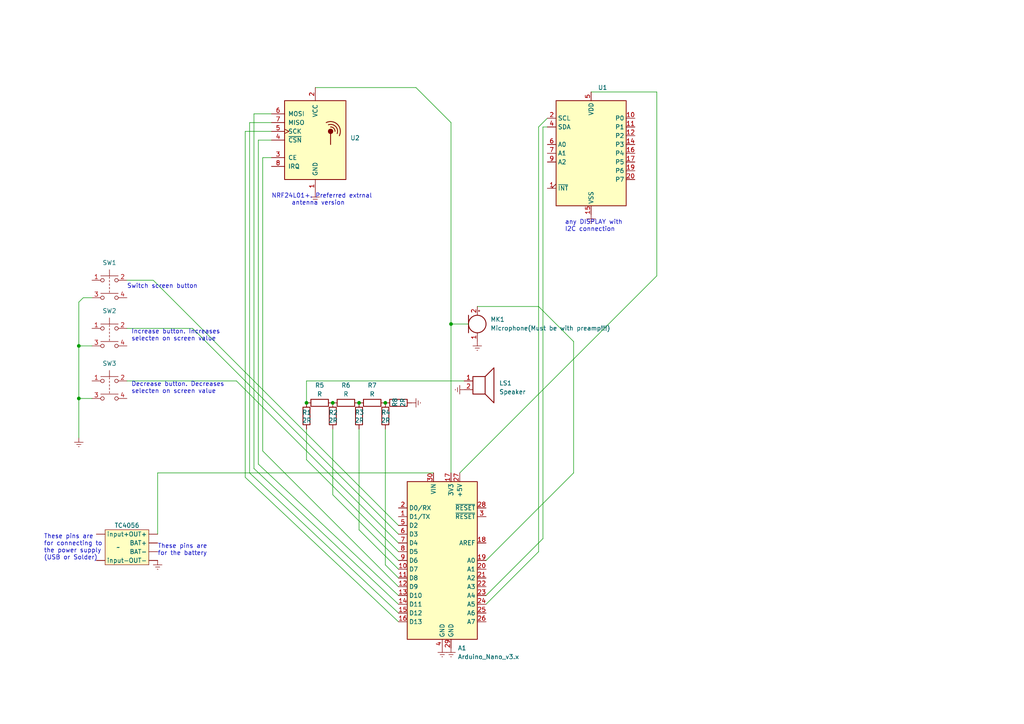
<source format=kicad_sch>
(kicad_sch (version 20230121) (generator eeschema)
  (paper "A4")
  (lib_symbols
    (symbol "Device:Microphone" (pin_names (offset 0.0254) hide)
      (property "Reference" "MK" (at -3.81 1.27 0))
      (property "Value" "Microphone" (at -3.81 -0.635 0))
      (symbol "Microphone_0_1"
        (polyline (pts (xy -2.54 2.54) (xy -2.54 -2.54)) (stroke (width 0.254)))
        (polyline (pts (xy 0.254 3.81) (xy 0.762 3.81)))
        (polyline (pts (xy 0.508 4.064) (xy 0.508 3.556)))
        (circle (center 0 0) (radius 2.54) (stroke (width 0.254)))
      )
      (symbol "Microphone_1_1"
        (pin passive line (at 0 -5.08 90) (length 2.54) (name "-") (number "1"))
        (pin passive line (at 0 5.08 270) (length 2.54) (name "+") (number "2"))
      )
    )
    (symbol "Device:R" (pin_numbers hide) (pin_names (offset 0))
      (property "Reference" "R" (at 2.032 0 90))
      (property "Value" "R" (at 0 0 90))
      (symbol "R_0_1"
        (rectangle (start -1.016 -2.54) (end 1.016 2.54) (stroke (width 0.254)))
      )
      (symbol "R_1_1"
        (pin passive line (at 0 3.81 270) (length 1.27) (name "~") (number "1"))
        (pin passive line (at 0 -3.81 90) (length 1.27) (name "~") (number "2"))
      )
    )
    (symbol "Device:Speaker" (pin_names (offset 0) hide)
      (property "Reference" "LS" (at 1.27 5.715 0))
      (property "Value" "Speaker" (at 1.27 3.81 0))
      (symbol "Speaker_0_0"
        (rectangle (start -2.54 1.27) (end 1.016 -3.81) (stroke (width 0.254)))
        (polyline (pts (xy 1.016 1.27) (xy 3.556 3.81) (xy 3.556 -6.35) (xy 1.016 -3.81)) (stroke (width 0.254)))
      )
      (symbol "Speaker_1_1"
        (pin input line (at -5.08 0 0) (length 2.54) (name "1") (number "1"))
        (pin input line (at -5.08 -2.54 0) (length 2.54) (name "2") (number "2"))
      )
    )
    (symbol "Interface_Expansion:PCF8574TS"
      (property "Reference" "U" (at -8.89 16.51 0))
      (property "Value" "PCF8574TS" (at 3.81 16.51 0))
      (symbol "PCF8574TS_0_1"
        (rectangle (start -10.16 15.24) (end 10.16 -15.24) (stroke (width 0.254)) (fill (type background)))
      )
      (symbol "PCF8574TS_1_1"
        (pin open_collector output_low (at -12.7 -10.16 0) (length 2.54) (name "~{INT}") (number "1"))
        (pin bidirectional line (at 12.7 10.16 180) (length 2.54) (name "P0") (number "10"))
        (pin bidirectional line (at 12.7 7.62 180) (length 2.54) (name "P1") (number "11"))
        (pin bidirectional line (at 12.7 5.08 180) (length 2.54) (name "P2") (number "12"))
        (pin no_connect line (at -10.16 -5.08 0) (length 2.54) hide (name "NC") (number "13"))
        (pin bidirectional line (at 12.7 2.54 180) (length 2.54) (name "P3") (number "14"))
        (pin power_in line (at 0 -17.78 90) (length 2.54) (name "VSS") (number "15"))
        (pin bidirectional line (at 12.7 0 180) (length 2.54) (name "P4") (number "16"))
        (pin bidirectional line (at 12.7 -2.54 180) (length 2.54) (name "P5") (number "17"))
        (pin no_connect line (at -10.16 -7.62 0) (length 2.54) hide (name "NC") (number "18"))
        (pin bidirectional line (at 12.7 -5.08 180) (length 2.54) (name "P6") (number "19"))
        (pin input line (at -12.7 10.16 0) (length 2.54) (name "SCL") (number "2"))
        (pin bidirectional line (at 12.7 -7.62 180) (length 2.54) (name "P7") (number "20"))
        (pin no_connect line (at 10.16 -10.16 180) (length 2.54) hide (name "NC") (number "3"))
        (pin bidirectional line (at -12.7 7.62 0) (length 2.54) (name "SDA") (number "4"))
        (pin power_in line (at 0 17.78 270) (length 2.54) (name "VDD") (number "5"))
        (pin input line (at -12.7 2.54 0) (length 2.54) (name "A0") (number "6"))
        (pin input line (at -12.7 0 0) (length 2.54) (name "A1") (number "7"))
        (pin no_connect line (at 10.16 -12.7 180) (length 2.54) hide (name "NC") (number "8"))
        (pin input line (at -12.7 -2.54 0) (length 2.54) (name "A2") (number "9"))
      )
    )
    (symbol "MCU_Module:Arduino_Nano_v3.x"
      (property "Reference" "A" (at -10.16 23.495 0))
      (property "Value" "Arduino_Nano_v3.x" (at 5.08 -24.13 0))
      (symbol "Arduino_Nano_v3.x_0_1"
        (rectangle (start -10.16 22.86) (end 10.16 -22.86) (stroke (width 0.254)) (fill (type background)))
      )
      (symbol "Arduino_Nano_v3.x_1_1"
        (pin bidirectional line (at -12.7 12.7 0) (length 2.54) (name "D1/TX") (number "1"))
        (pin bidirectional line (at -12.7 -2.54 0) (length 2.54) (name "D7") (number "10"))
        (pin bidirectional line (at -12.7 -5.08 0) (length 2.54) (name "D8") (number "11"))
        (pin bidirectional line (at -12.7 -7.62 0) (length 2.54) (name "D9") (number "12"))
        (pin bidirectional line (at -12.7 -10.16 0) (length 2.54) (name "D10") (number "13"))
        (pin bidirectional line (at -12.7 -12.7 0) (length 2.54) (name "D11") (number "14"))
        (pin bidirectional line (at -12.7 -15.24 0) (length 2.54) (name "D12") (number "15"))
        (pin bidirectional line (at -12.7 -17.78 0) (length 2.54) (name "D13") (number "16"))
        (pin power_out line (at 2.54 25.4 270) (length 2.54) (name "3V3") (number "17"))
        (pin input line (at 12.7 5.08 180) (length 2.54) (name "AREF") (number "18"))
        (pin bidirectional line (at 12.7 0 180) (length 2.54) (name "A0") (number "19"))
        (pin bidirectional line (at -12.7 15.24 0) (length 2.54) (name "D0/RX") (number "2"))
        (pin bidirectional line (at 12.7 -2.54 180) (length 2.54) (name "A1") (number "20"))
        (pin bidirectional line (at 12.7 -5.08 180) (length 2.54) (name "A2") (number "21"))
        (pin bidirectional line (at 12.7 -7.62 180) (length 2.54) (name "A3") (number "22"))
        (pin bidirectional line (at 12.7 -10.16 180) (length 2.54) (name "A4") (number "23"))
        (pin bidirectional line (at 12.7 -12.7 180) (length 2.54) (name "A5") (number "24"))
        (pin bidirectional line (at 12.7 -15.24 180) (length 2.54) (name "A6") (number "25"))
        (pin bidirectional line (at 12.7 -17.78 180) (length 2.54) (name "A7") (number "26"))
        (pin power_out line (at 5.08 25.4 270) (length 2.54) (name "+5V") (number "27"))
        (pin input line (at 12.7 15.24 180) (length 2.54) (name "~{RESET}") (number "28"))
        (pin power_in line (at 2.54 -25.4 90) (length 2.54) (name "GND") (number "29"))
        (pin input line (at 12.7 12.7 180) (length 2.54) (name "~{RESET}") (number "3"))
        (pin power_in line (at -2.54 25.4 270) (length 2.54) (name "VIN") (number "30"))
        (pin power_in line (at 0 -25.4 90) (length 2.54) (name "GND") (number "4"))
        (pin bidirectional line (at -12.7 10.16 0) (length 2.54) (name "D2") (number "5"))
        (pin bidirectional line (at -12.7 7.62 0) (length 2.54) (name "D3") (number "6"))
        (pin bidirectional line (at -12.7 5.08 0) (length 2.54) (name "D4") (number "7"))
        (pin bidirectional line (at -12.7 2.54 0) (length 2.54) (name "D5") (number "8"))
        (pin bidirectional line (at -12.7 0 0) (length 2.54) (name "D6") (number "9"))
      )
    )
    (symbol "RF:NRF24L01_Breakout" (pin_names (offset 1.016))
      (property "Reference" "U" (at -8.89 12.7 0))
      (property "Value" "NRF24L01_Breakout" (at 3.81 12.7 0))
      (symbol "NRF24L01_Breakout_0_1"
        (rectangle (start -8.89 11.43) (end 8.89 -11.43) (stroke (width 0.254)) (fill (type background)))
        (polyline (pts (xy 4.445 1.905) (xy 4.445 -1.27)) (stroke (width 0.254)))
        (circle (center 4.445 2.54) (radius 0.635) (stroke (width 0.254)) (fill (type outline)))
        (arc (start 5.715 2.54) (mid 5.3521 3.4546) (end 4.445 3.81) (stroke (width 0.254)))
        (arc (start 6.35 1.905) (mid 5.8763 3.9854) (end 3.81 4.445) (stroke (width 0.254)))
        (arc (start 6.985 1.27) (mid 6.453 4.548) (end 3.175 5.08) (stroke (width 0.254)))
      )
      (symbol "NRF24L01_Breakout_1_1"
        (pin power_in line (at 0 -15.24 90) (length 3.81) (name "GND") (number "1"))
        (pin power_in line (at 0 15.24 270) (length 3.81) (name "VCC") (number "2"))
        (pin input line (at -12.7 -5.08 0) (length 3.81) (name "CE") (number "3"))
        (pin input line (at -12.7 0 0) (length 3.81) (name "~{CSN}") (number "4"))
        (pin input clock (at -12.7 2.54 0) (length 3.81) (name "SCK") (number "5"))
        (pin input line (at -12.7 7.62 0) (length 3.81) (name "MOSI") (number "6"))
        (pin output line (at -12.7 5.08 0) (length 3.81) (name "MISO") (number "7"))
        (pin output line (at -12.7 -7.62 0) (length 3.81) (name "IRQ") (number "8"))
      )
    )
    (symbol "Switch:SW_Push_Dual" (pin_names (offset 1.016) hide)
      (property "Reference" "SW" (at 1.27 2.54 0))
      (property "Value" "SW_Push_Dual" (at 0 -6.858 0))
      (symbol "SW_Push_Dual_0_1"
        (circle (center -2.032 -5.08) (radius 0.508))
        (circle (center -2.032 0) (radius 0.508))
        (polyline (pts (xy 0 -3.048) (xy 0 -3.556)))
        (polyline (pts (xy 0 -2.032) (xy 0 -2.54)))
        (polyline (pts (xy 0 -1.524) (xy 0 -1.016)))
        (polyline (pts (xy 0 -0.508) (xy 0 0)))
        (polyline (pts (xy 0 0.508) (xy 0 1.016)))
        (polyline (pts (xy 0 1.27) (xy 0 3.048)))
        (polyline (pts (xy 2.54 -3.81) (xy -2.54 -3.81)))
        (polyline (pts (xy 2.54 1.27) (xy -2.54 1.27)))
        (circle (center 2.032 -5.08) (radius 0.508))
        (circle (center 2.032 0) (radius 0.508))
        (pin passive line (at -5.08 0 0) (length 2.54) (name "1") (number "1"))
        (pin passive line (at 5.08 0 180) (length 2.54) (name "2") (number "2"))
        (pin passive line (at -5.08 -5.08 0) (length 2.54) (name "3") (number "3"))
        (pin passive line (at 5.08 -5.08 180) (length 2.54) (name "4") (number "4"))
      )
    )
    (symbol "from_internet:tc4056"
      (property "Reference" "TC4056" (at -1.27 0 0))
      (symbol "tc4056_1_1"
        (rectangle (start -5.08 5.08) (end 7.62 -5.08) (fill (type background)))
        (pin bidirectional line (at 10.16 1.27 180) (length 2.54) (name "BAT+") (number ""))
        (pin bidirectional line (at 10.16 -1.27 180) (length 2.54) (name "BAT-") (number ""))
        (pin output line (at 10.16 3.81 180) (length 2.54) (name "OUT+") (number ""))
        (pin output line (at 10.16 -3.81 180) (length 2.54) (name "OUT-") (number ""))
        (pin input line (at -7.62 3.81 0) (length 2.54) (name "input+") (number ""))
        (pin input line (at -7.62 -3.81 0) (length 2.54) (name "input-") (number ""))
      )
    )
    (symbol "power:Earth" (power) (pin_names (offset 0))
      (symbol "Earth_0_1"
        (polyline (pts (xy -0.635 -1.905) (xy 0.635 -1.905)))
        (polyline (pts (xy -0.127 -2.54) (xy 0.127 -2.54)))
        (polyline (pts (xy 0 -1.27) (xy 0 0)))
        (polyline (pts (xy 1.27 -1.27) (xy -1.27 -1.27)))
      )
      (symbol "Earth_1_1"
        (pin power_in line (at 0 0 270) (length 0) hide (name "Earth") (number "1"))
      )
    )
  )
  (junction (at 96.52 116.84))
  (junction (at 88.9 116.84))
  (junction (at 22.86 115.57))
  (junction (at 104.14 116.84))
  (junction (at 130.81 93.98))
  (junction (at 22.86 100.33))
  (junction (at 111.76 116.84))
  (wire (pts (xy 72.39 35.56) (xy 72.39 137.16)))
  (wire (pts (xy 157.48 36.83) (xy 158.75 36.83)))
  (wire (pts (xy 156.21 36.83) (xy 158.75 34.29)))
  (wire (pts (xy 166.37 99.06) (xy 166.37 137.16)))
  (wire (pts (xy 45.72 137.16) (xy 125.73 137.16)))
  (wire (pts (xy 73.66 33.02) (xy 73.66 135.89)))
  (wire (pts (xy 171.45 26.67) (xy 190.5 26.67)))
  (wire (pts (xy 88.9 110.49) (xy 134.62 110.49)))
  (wire (pts (xy 76.2 45.72) (xy 76.2 130.81)))
  (wire (pts (xy 166.37 137.16) (xy 140.97 162.56)))
  (wire (pts (xy 36.83 110.49) (xy 68.58 110.49)))
  (wire (pts (xy 22.86 115.57) (xy 26.67 115.57)))
  (wire (pts (xy 74.93 134.62) (xy 115.57 172.72)))
  (wire (pts (xy 140.97 175.26) (xy 156.21 160.02)))
  (wire (pts (xy 22.86 87.63) (xy 22.86 100.33)))
  (wire (pts (xy 138.43 88.9) (xy 156.21 88.9)))
  (wire (pts (xy 111.76 124.46) (xy 111.76 163.83)))
  (wire (pts (xy 55.88 95.25) (xy 115.57 154.94)))
  (wire (pts (xy 44.45 81.28) (xy 115.57 152.4)))
  (wire (pts (xy 72.39 35.56) (xy 78.74 35.56)))
  (wire (pts (xy 96.52 124.46) (xy 96.52 143.51)))
  (wire (pts (xy 104.14 124.46) (xy 104.14 153.67)))
  (wire (pts (xy 22.86 115.57) (xy 22.86 127)))
  (wire (pts (xy 115.57 160.02) (xy 88.9 133.35)))
  (wire (pts (xy 76.2 45.72) (xy 78.74 45.72)))
  (wire (pts (xy 91.44 25.4) (xy 120.65 25.4)))
  (wire (pts (xy 88.9 110.49) (xy 88.9 116.84)))
  (wire (pts (xy 36.83 81.28) (xy 44.45 81.28)))
  (wire (pts (xy 73.66 33.02) (xy 78.74 33.02)))
  (wire (pts (xy 111.76 163.83) (xy 115.57 167.64)))
  (wire (pts (xy 76.2 130.81) (xy 115.57 170.18)))
  (wire (pts (xy 130.81 93.98) (xy 135.89 93.98)))
  (wire (pts (xy 115.57 165.1) (xy 104.14 153.67)))
  (wire (pts (xy 45.72 137.16) (xy 45.72 154.94)))
  (wire (pts (xy 130.81 93.98) (xy 130.81 35.56)))
  (wire (pts (xy 157.48 36.83) (xy 157.48 156.21)))
  (wire (pts (xy 22.86 100.33) (xy 22.86 115.57)))
  (wire (pts (xy 130.81 35.56) (xy 120.65 25.4)))
  (wire (pts (xy 71.12 38.1) (xy 78.74 38.1)))
  (wire (pts (xy 130.81 137.16) (xy 130.81 93.98)))
  (wire (pts (xy 72.39 137.16) (xy 115.57 177.8)))
  (wire (pts (xy 22.86 100.33) (xy 26.67 100.33)))
  (wire (pts (xy 36.83 95.25) (xy 55.88 95.25)))
  (wire (pts (xy 71.12 38.1) (xy 71.12 138.43)))
  (wire (pts (xy 73.66 135.89) (xy 115.57 175.26)))
  (wire (pts (xy 71.12 138.43) (xy 115.57 180.34)))
  (wire (pts (xy 156.21 88.9) (xy 166.37 99.06)))
  (wire (pts (xy 68.58 110.49) (xy 115.57 157.48)))
  (wire (pts (xy 26.67 86.36) (xy 24.13 86.36)))
  (wire (pts (xy 74.93 40.64) (xy 74.93 134.62)))
  (wire (pts (xy 115.57 162.56) (xy 96.52 143.51)))
  (wire (pts (xy 157.48 156.21) (xy 140.97 172.72)))
  (wire (pts (xy 190.5 80.01) (xy 133.35 137.16)))
  (wire (pts (xy 88.9 124.46) (xy 88.9 133.35)))
  (wire (pts (xy 190.5 26.67) (xy 190.5 80.01)))
  (wire (pts (xy 74.93 40.64) (xy 78.74 40.64)))
  (wire (pts (xy 156.21 36.83) (xy 156.21 160.02)))
  (wire (pts (xy 24.13 86.36) (xy 22.86 87.63)))
  (text "These pins are\nfor connecting to\nthe power supply\n(USB or Solder)" (at 12.7 162.56 0) (effects (font (size 1.27 1.27)) (justify left bottom)))
  (text "NRF24L01+. Preferred extrnal\n      antenna version" (at 78.74 59.69 0) (effects (font (size 1.27 1.27)) (justify left bottom)))
  (text "Switch screen button" (at 36.83 83.82 0) (effects (font (size 1.27 1.27)) (justify left bottom)))
  (text "Decrease button. Decreases\nselecten on screen value" (at 38.1 114.3 0) (effects (font (size 1.27 1.27)) (justify left bottom)))
  (text "Increase button. Increases\nselecten on screen value" (at 38.1 99.06 0) (effects (font (size 1.27 1.27)) (justify left bottom)))
  (text "These pins are\nfor the battery" (at 45.72 161.29 0) (effects (font (size 1.27 1.27)) (justify left bottom)))
  (text "any DISPLAY with\nI2C connection" (at 163.83 67.31 0) (effects (font (size 1.27 1.27)) (justify left bottom)))
  (symbol (lib_id "Device:R") (at 104.14 120.65 0) (unit 1)
    (property "Reference" "R3" (at 102.916 119.616 0) (effects (justify left)))
    (property "Value" "2R" (at 102.87 121.92 0) (effects (justify left)))
  )
  (symbol (lib_id "Interface_Expansion:PCF8574TS") (at 171.45 44.45 0) (unit 1)
    (property "Reference" "U1" (at 173.4059 25.4 0) (effects (justify left)))
    (property "Value" "PCF8574TS" (effects hide))
    (property "Footprint" "Package_SO:SSOP-20_4.4x6.5mm_P0.65mm" (effects hide))
    (property "Datasheet" "http://www.nxp.com/documents/data_sheet/PCF8574_PCF8574A.pdf" (effects hide))
  )
  (symbol (lib_id "RF:NRF24L01_Breakout") (at 91.44 40.64 0) (unit 1)
    (property "Reference" "U2" (at 101.6 40.005 0) (effects (justify left)))
    (property "Value" "NRF24L01_Breakout" (effects hide))
    (property "Footprint" "RF_Module:nRF24L01_Breakout" (effects hide))
    (property "Datasheet" "http://www.nordicsemi.com/eng/content/download/2730/34105/file/nRF24L01_Product_Specification_v2_0.pdf" (effects hide))
  )
  (symbol (lib_id "Switch:SW_Push_Dual") (at 31.75 110.49 0) (unit 1)
    (property "Reference" "SW3" (at 31.75 105.41 0))
    (property "Value" "SW_Push_Dual" (effects hide))
  )
  (symbol (lib_id "Device:R") (at 100.33 116.84 90) (unit 1)
    (property "Reference" "R6" (at 100.33 111.76 90))
    (property "Value" "R" (at 100.33 114.3 90))
  )
  (symbol (lib_id "power:Earth") (at 171.45 62.23 0) (unit 1)
    (property "Reference" "#PWR03" (effects hide))
    (property "Value" "Earth" (effects hide))
  )
  (symbol (lib_id "Device:Microphone") (at 138.43 93.98 0) (unit 1)
    (property "Reference" "MK1" (at 142.24 92.6465 0) (effects (justify left)))
    (property "Value" "Microphone(Must be with preamp!!!)" (at 142.24 95.1865 0) (effects (justify left)))
  )
  (symbol (lib_id "Device:R") (at 92.71 116.84 90) (unit 1)
    (property "Reference" "R5" (at 92.71 111.76 90))
    (property "Value" "R" (at 92.71 114.3 90))
  )
  (symbol (lib_id "Switch:SW_Push_Dual") (at 31.75 81.28 0) (unit 1)
    (property "Reference" "SW1" (at 31.75 76.2 0))
    (property "Value" "SW_Push_Dual" (effects hide))
  )
  (symbol (lib_id "Device:Speaker") (at 139.7 110.49 0) (unit 1)
    (property "Reference" "LS1" (at 144.78 111.125 0) (effects (justify left)))
    (property "Value" "Speaker" (at 144.78 113.665 0) (effects (justify left)))
  )
  (symbol (lib_id "Device:R") (at 88.9 120.65 0) (unit 1)
    (property "Reference" "R1" (at 87.6182 119.639 0) (effects (justify left)))
    (property "Value" "2R" (at 87.63 121.92 0) (effects (justify left)))
  )
  (symbol (lib_id "power:Earth") (at 128.27 187.96 0) (unit 1)
    (property "Reference" "#PWR05" (effects hide))
    (property "Value" "Earth" (effects hide))
  )
  (symbol (lib_id "power:Earth") (at 130.81 187.96 0) (unit 1)
    (property "Reference" "#PWR06" (effects hide))
    (property "Value" "Earth" (effects hide))
  )
  (symbol (lib_id "power:Earth") (at 45.72 162.56 0) (unit 1)
    (property "Reference" "#PWR02" (effects hide))
    (property "Value" "Earth" (effects hide))
  )
  (symbol (lib_id "Device:R") (at 115.57 116.84 90) (unit 1)
    (property "Reference" "R8" (at 114.559 118.0466 0) (effects (justify left)))
    (property "Value" "2R" (at 116.84 118.11 0) (effects (justify left)))
  )
  (symbol (lib_id "MCU_Module:Arduino_Nano_v3.x") (at 128.27 162.56 0) (unit 1)
    (property "Reference" "A1" (at 132.7659 187.96 0) (effects (justify left)))
    (property "Value" "Arduino_Nano_v3.x" (at 132.7659 190.5 0) (effects (justify left)))
    (property "Footprint" "Module:Arduino_Nano" (effects hide))
    (property "Datasheet" "http://www.mouser.com/pdfdocs/Gravitech_Arduino_Nano3_0.pdf" (effects hide))
  )
  (symbol (lib_id "power:Earth") (at 138.43 99.06 0) (unit 1)
    (property "Reference" "#PWR09" (effects hide))
    (property "Value" "Earth" (effects hide))
  )
  (symbol (lib_id "Switch:SW_Push_Dual") (at 31.75 95.25 0) (unit 1)
    (property "Reference" "SW2" (at 31.75 90.17 0))
    (property "Value" "SW_Push_Dual" (effects hide))
  )
  (symbol (lib_id "power:Earth") (at 22.86 127 0) (unit 1)
    (property "Reference" "#PWR01" (effects hide))
    (property "Value" "Earth" (effects hide))
  )
  (symbol (lib_id "Device:R") (at 107.95 116.84 90) (unit 1)
    (property "Reference" "R7" (at 107.95 111.76 90))
    (property "Value" "R" (at 107.95 114.3 90))
  )
  (symbol (lib_id "power:Earth") (at 134.62 113.03 270) (unit 1)
    (property "Reference" "#PWR08" (effects hide))
    (property "Value" "Earth" (effects hide))
  )
  (symbol (lib_id "Device:R") (at 111.76 120.65 0) (unit 1)
    (property "Reference" "R4" (at 110.5534 119.639 0) (effects (justify left)))
    (property "Value" "2R" (at 110.49 121.92 0) (effects (justify left)))
  )
  (symbol (lib_id "power:Earth") (at 91.44 55.88 0) (unit 1)
    (property "Reference" "#PWR04" (effects hide))
    (property "Value" "Earth" (effects hide))
  )
  (symbol (lib_id "Device:R") (at 96.52 120.65 0) (unit 1)
    (property "Reference" "R2" (at 95.3017 119.6621 0) (effects (justify left)))
    (property "Value" "2R" (at 95.25 121.92 0) (effects (justify left)))
  )
  (symbol (lib_id "from_internet:tc4056") (at 35.56 158.75 0) (unit 1)
    (property "Reference" "TC4056" (at 36.83 152.4 0))
    (property "Value" "~" (at 34.29 158.75 0))
  )
  (symbol (lib_id "power:Earth") (at 119.38 116.84 90) (unit 1)
    (property "Reference" "#PWR07" (effects hide))
    (property "Value" "Earth" (effects hide))
  )
)
</source>
